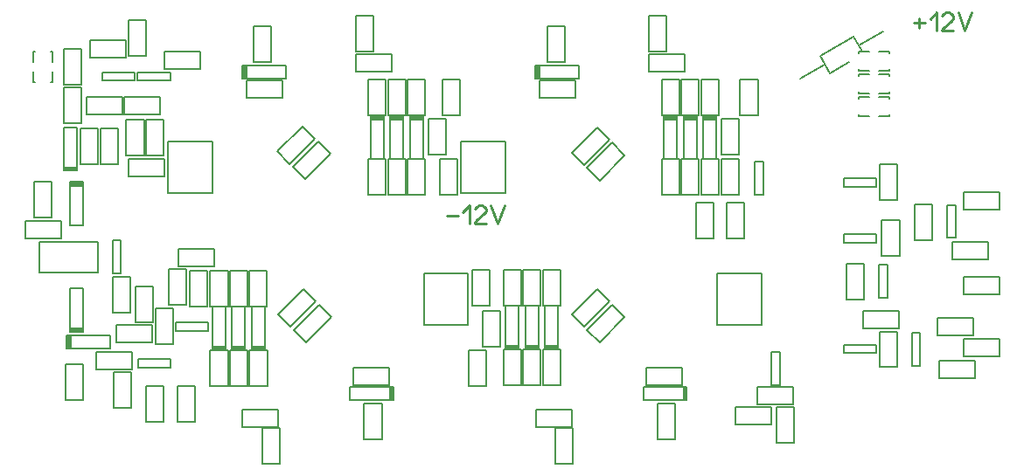
<source format=gbr>
%FSLAX34Y34*%
%MOMM*%
%LNSILK_TOP*%
G71*
G01*
%ADD10C,0.150*%
%ADD11C,0.100*%
%ADD12C,0.222*%
%LPD*%
G54D10*
X414025Y-168625D02*
X431087Y-168625D01*
G54D10*
X414025Y-133944D02*
X431088Y-133944D01*
G54D10*
X414025Y-168625D02*
X414025Y-133944D01*
G54D10*
X431087Y-168625D02*
X431088Y-133944D01*
G54D10*
X428025Y-130625D02*
X445087Y-130625D01*
G54D10*
X428025Y-95944D02*
X445087Y-95944D01*
G54D10*
X428025Y-130625D02*
X428025Y-95944D01*
G54D10*
X445087Y-130625D02*
X445087Y-95944D01*
G54D10*
X425124Y-207503D02*
X442187Y-207503D01*
G54D10*
X425124Y-172822D02*
X442187Y-172822D01*
G54D10*
X425124Y-207503D02*
X425124Y-172822D01*
G54D10*
X442187Y-207503D02*
X442187Y-172822D01*
G54D10*
X130027Y-97296D02*
X130027Y-89358D01*
X98227Y-89358D01*
X98227Y-97296D01*
X130027Y-97296D01*
G54D10*
X117962Y-129775D02*
X117962Y-112713D01*
G54D10*
X83281Y-129775D02*
X83281Y-112713D01*
G54D10*
X117962Y-129775D02*
X83281Y-129775D01*
G54D10*
X117962Y-112713D02*
X83281Y-112713D01*
G54D10*
X78386Y-103903D02*
X61324Y-103903D01*
G54D10*
X78386Y-138585D02*
X61324Y-138585D01*
G54D10*
X78386Y-103903D02*
X78386Y-138585D01*
G54D10*
X61324Y-103903D02*
X61324Y-138585D01*
G54D10*
X164427Y-97296D02*
X164427Y-89359D01*
X132627Y-89359D01*
X132627Y-97296D01*
X164427Y-97296D01*
G54D10*
X154562Y-129776D02*
X154562Y-112713D01*
G54D10*
X119881Y-129776D02*
X119881Y-112713D01*
G54D10*
X154562Y-129776D02*
X119881Y-129776D01*
G54D10*
X154562Y-112713D02*
X119881Y-112713D01*
G54D10*
X121264Y-74758D02*
X121264Y-57696D01*
G54D10*
X86583Y-74758D02*
X86583Y-57696D01*
G54D10*
X121264Y-74758D02*
X86583Y-74758D01*
G54D10*
X121264Y-57696D02*
X86583Y-57696D01*
G54D10*
X123990Y-73385D02*
X141053Y-73385D01*
G54D10*
X123990Y-38704D02*
X141053Y-38704D01*
G54D10*
X123990Y-73385D02*
X123990Y-38704D01*
G54D10*
X141053Y-73385D02*
X141053Y-38704D01*
G54D10*
X121690Y-169585D02*
X138753Y-169585D01*
G54D10*
X121690Y-134904D02*
X138753Y-134904D01*
G54D10*
X121690Y-169585D02*
X121690Y-134904D01*
G54D10*
X138753Y-169585D02*
X138753Y-134904D01*
G54D10*
X140690Y-169585D02*
X157753Y-169585D01*
G54D10*
X140690Y-134904D02*
X157753Y-134904D01*
G54D10*
X140690Y-169585D02*
X140690Y-134904D01*
G54D10*
X157753Y-169585D02*
X157753Y-134904D01*
G54D10*
X158118Y-190385D02*
X158118Y-173322D01*
G54D10*
X123436Y-190385D02*
X123436Y-173322D01*
G54D10*
X158118Y-190385D02*
X123436Y-190385D01*
G54D10*
X158118Y-173322D02*
X123436Y-173322D01*
G54D10*
X193196Y-85775D02*
X193196Y-68713D01*
G54D10*
X158515Y-85775D02*
X158515Y-68713D01*
G54D10*
X193196Y-85775D02*
X158515Y-85775D01*
G54D10*
X193196Y-68713D02*
X158515Y-68713D01*
G54D10*
X445700Y-155900D02*
X488700Y-155900D01*
X488700Y-205900D01*
X445700Y-205900D01*
X445700Y-155900D01*
G54D10*
X522162Y-96819D02*
X522162Y-113881D01*
G54D10*
X556844Y-96819D02*
X556844Y-113881D01*
G54D10*
X522162Y-96819D02*
X556844Y-96819D01*
G54D10*
X522162Y-113881D02*
X556844Y-113881D01*
G36*
X517724Y-82133D02*
X517725Y-94833D01*
X521737Y-94833D01*
X521737Y-82133D01*
X517724Y-82133D01*
G37*
G54D11*
X517724Y-82133D02*
X517725Y-94833D01*
X521737Y-94833D01*
X521737Y-82133D01*
X517724Y-82133D01*
G54D10*
X517724Y-82133D02*
X517725Y-94833D01*
X559825Y-94833D01*
X559825Y-82133D01*
X517724Y-82133D01*
G54D10*
X528971Y-78891D02*
X546034Y-78891D01*
G54D10*
X528971Y-44209D02*
X546034Y-44209D01*
G54D10*
X528971Y-78891D02*
X528971Y-44209D01*
G54D10*
X546034Y-78891D02*
X546034Y-44209D01*
G54D10*
X161700Y-155900D02*
X204700Y-155900D01*
X204700Y-205900D01*
X161700Y-205900D01*
X161700Y-155900D01*
G54D10*
X238162Y-96819D02*
X238162Y-113881D01*
G54D10*
X272844Y-96819D02*
X272844Y-113881D01*
G54D10*
X238162Y-96819D02*
X272844Y-96819D01*
G54D10*
X238162Y-113881D02*
X272844Y-113881D01*
G36*
X233724Y-82133D02*
X233725Y-94833D01*
X237737Y-94833D01*
X237737Y-82133D01*
X233724Y-82133D01*
G37*
G54D11*
X233724Y-82133D02*
X233725Y-94833D01*
X237737Y-94833D01*
X237737Y-82133D01*
X233724Y-82133D01*
G54D10*
X233724Y-82133D02*
X233725Y-94833D01*
X275825Y-94833D01*
X275825Y-82133D01*
X233724Y-82133D01*
G54D10*
X244971Y-78891D02*
X262034Y-78891D01*
G54D10*
X244971Y-44209D02*
X262034Y-44209D01*
G54D10*
X244971Y-78891D02*
X244971Y-44209D01*
G54D10*
X262034Y-78891D02*
X262034Y-44209D01*
G54D10*
X344122Y-71763D02*
X344122Y-88825D01*
G54D10*
X378803Y-71763D02*
X378803Y-88825D01*
G54D10*
X344122Y-71763D02*
X378803Y-71763D01*
G54D10*
X344122Y-88825D02*
X378803Y-88825D01*
G54D10*
X343819Y-68838D02*
X360881Y-68838D01*
G54D10*
X343819Y-34156D02*
X360881Y-34156D01*
G54D10*
X343819Y-68838D02*
X343819Y-34156D01*
G54D10*
X360881Y-68838D02*
X360881Y-34156D01*
G54D10*
X355972Y-130691D02*
X373034Y-130691D01*
G54D10*
X355972Y-96009D02*
X373034Y-96009D01*
G54D10*
X355972Y-130691D02*
X355972Y-96009D01*
G54D10*
X373034Y-130691D02*
X373034Y-96009D01*
G36*
X371047Y-130746D02*
X358347Y-130746D01*
X358347Y-134759D01*
X371047Y-134759D01*
X371047Y-130746D01*
G37*
G54D11*
X371047Y-130746D02*
X358347Y-130746D01*
X358347Y-134759D01*
X371047Y-134759D01*
X371047Y-130746D01*
G54D10*
X371047Y-130746D02*
X358347Y-130746D01*
X358347Y-172846D01*
X371047Y-172846D01*
X371047Y-130746D01*
G54D10*
X356074Y-207535D02*
X373136Y-207535D01*
G54D10*
X356074Y-172854D02*
X373136Y-172854D01*
G54D10*
X356074Y-207535D02*
X356074Y-172854D01*
G54D10*
X373136Y-207535D02*
X373136Y-172854D01*
G54D10*
X374972Y-130691D02*
X392034Y-130691D01*
G54D10*
X374972Y-96009D02*
X392034Y-96009D01*
G54D10*
X374972Y-130691D02*
X374972Y-96009D01*
G54D10*
X392034Y-130691D02*
X392034Y-96009D01*
G36*
X390047Y-130746D02*
X377347Y-130746D01*
X377347Y-134759D01*
X390047Y-134759D01*
X390047Y-130746D01*
G37*
G54D11*
X390047Y-130746D02*
X377347Y-130746D01*
X377347Y-134759D01*
X390047Y-134759D01*
X390047Y-130746D01*
G54D10*
X390047Y-130746D02*
X377347Y-130746D01*
X377347Y-172846D01*
X390047Y-172846D01*
X390047Y-130746D01*
G54D10*
X375074Y-207535D02*
X392136Y-207535D01*
G54D10*
X375074Y-172854D02*
X392136Y-172854D01*
G54D10*
X375074Y-207535D02*
X375074Y-172854D01*
G54D10*
X392136Y-207535D02*
X392136Y-172854D01*
G54D10*
X393972Y-130691D02*
X411034Y-130691D01*
G54D10*
X393972Y-96009D02*
X411034Y-96009D01*
G54D10*
X393972Y-130691D02*
X393972Y-96009D01*
G54D10*
X411034Y-130691D02*
X411034Y-96009D01*
G36*
X409047Y-130746D02*
X396347Y-130746D01*
X396347Y-134759D01*
X409047Y-134759D01*
X409047Y-130746D01*
G37*
G54D11*
X409047Y-130746D02*
X396347Y-130746D01*
X396347Y-134759D01*
X409047Y-134759D01*
X409047Y-130746D01*
G54D10*
X409047Y-130746D02*
X396347Y-130746D01*
X396347Y-172846D01*
X409047Y-172846D01*
X409047Y-130746D01*
G54D10*
X394074Y-207535D02*
X411136Y-207535D01*
G54D10*
X394074Y-172854D02*
X411136Y-172854D01*
G54D10*
X394074Y-207535D02*
X394074Y-172854D01*
G54D10*
X411136Y-207535D02*
X411136Y-172854D01*
G54D10*
X267691Y-165923D02*
X279756Y-177988D01*
G54D10*
X292214Y-141400D02*
X304279Y-153465D01*
G54D10*
X267691Y-165923D02*
X292214Y-141400D01*
G54D10*
X279756Y-177988D02*
X304279Y-153465D01*
G54D10*
X282691Y-180923D02*
X294756Y-192988D01*
G54D10*
X307214Y-156400D02*
X319279Y-168465D01*
G54D10*
X282691Y-180923D02*
X307214Y-156400D01*
G54D10*
X294756Y-192988D02*
X319279Y-168465D01*
G54D10*
X552691Y-166923D02*
X564756Y-178988D01*
G54D10*
X577214Y-142400D02*
X589279Y-154465D01*
G54D10*
X552691Y-166923D02*
X577214Y-142400D01*
G54D10*
X564756Y-178988D02*
X589279Y-154465D01*
G54D10*
X567691Y-181923D02*
X579756Y-193988D01*
G54D10*
X592214Y-157400D02*
X604279Y-169465D01*
G54D10*
X567691Y-181923D02*
X592214Y-157400D01*
G54D10*
X579756Y-193988D02*
X604279Y-169465D01*
G36*
X61212Y-184501D02*
X73912Y-184501D01*
X73912Y-180489D01*
X61212Y-180489D01*
X61212Y-184501D01*
G37*
G54D11*
X61212Y-184501D02*
X73912Y-184501D01*
X73912Y-180489D01*
X61212Y-180489D01*
X61212Y-184501D01*
G54D10*
X61212Y-184501D02*
X73912Y-184501D01*
X73912Y-142401D01*
X61212Y-142401D01*
X61212Y-184501D01*
G36*
X79912Y-195501D02*
X67212Y-195501D01*
X67212Y-199513D01*
X79912Y-199513D01*
X79912Y-195501D01*
G37*
G54D11*
X79912Y-195501D02*
X67212Y-195501D01*
X67212Y-199513D01*
X79912Y-199513D01*
X79912Y-195501D01*
G54D10*
X79912Y-195501D02*
X67212Y-195501D01*
X67212Y-237601D01*
X79912Y-237601D01*
X79912Y-195501D01*
G54D10*
X76924Y-178585D02*
X93987Y-178585D01*
G54D10*
X76924Y-143904D02*
X93987Y-143904D01*
G54D10*
X76924Y-178585D02*
X76924Y-143904D01*
G54D10*
X93987Y-178585D02*
X93987Y-143904D01*
G54D10*
X113987Y-143903D02*
X96924Y-143903D01*
G54D10*
X113987Y-178585D02*
X96924Y-178585D01*
G54D10*
X113987Y-143903D02*
X113987Y-178585D01*
G54D10*
X96924Y-143903D02*
X96924Y-178585D01*
G54D10*
X116438Y-252200D02*
X108500Y-252200D01*
X108500Y-284000D01*
X116438Y-284000D01*
X116438Y-252200D01*
G54D10*
X94500Y-283200D02*
X37500Y-283200D01*
X37500Y-253200D01*
X94500Y-253200D01*
X94500Y-283200D01*
G54D10*
X23731Y-233401D02*
X23731Y-250463D01*
G54D10*
X58412Y-233401D02*
X58413Y-250463D01*
G54D10*
X23731Y-233401D02*
X58412Y-233401D01*
G54D10*
X23731Y-250463D02*
X58413Y-250463D01*
G54D10*
X49581Y-194862D02*
X32519Y-194862D01*
G54D10*
X49581Y-229544D02*
X32519Y-229544D01*
G54D10*
X49581Y-194862D02*
X49581Y-229544D01*
G54D10*
X32519Y-194862D02*
X32519Y-229544D01*
G54D10*
X31646Y-88657D02*
X31646Y-98657D01*
X33396Y-98657D01*
G54D10*
X50046Y-88657D02*
X50046Y-98657D01*
X48296Y-98657D01*
G54D10*
X50046Y-79157D02*
X50046Y-69157D01*
X48296Y-69157D01*
G54D10*
X31646Y-79157D02*
X31646Y-69157D01*
X33396Y-69157D01*
G54D10*
X698025Y-168625D02*
X715087Y-168625D01*
G54D10*
X698025Y-133944D02*
X715088Y-133944D01*
G54D10*
X698025Y-168625D02*
X698025Y-133944D01*
G54D10*
X715087Y-168625D02*
X715088Y-133944D01*
G54D10*
X716025Y-130625D02*
X733087Y-130625D01*
G54D10*
X716025Y-95944D02*
X733087Y-95944D01*
G54D10*
X716025Y-130625D02*
X716025Y-95944D01*
G54D10*
X733087Y-130625D02*
X733087Y-95944D01*
G54D10*
X627922Y-71763D02*
X627922Y-88825D01*
G54D10*
X662603Y-71763D02*
X662603Y-88825D01*
G54D10*
X627922Y-71763D02*
X662603Y-71763D01*
G54D10*
X627922Y-88825D02*
X662603Y-88825D01*
G54D10*
X627819Y-68838D02*
X644881Y-68838D01*
G54D10*
X627819Y-34156D02*
X644881Y-34156D01*
G54D10*
X627819Y-68838D02*
X627819Y-34156D01*
G54D10*
X644881Y-68838D02*
X644881Y-34156D01*
G54D10*
X639972Y-130691D02*
X657034Y-130691D01*
G54D10*
X639972Y-96009D02*
X657034Y-96009D01*
G54D10*
X639972Y-130691D02*
X639972Y-96009D01*
G54D10*
X657034Y-130691D02*
X657034Y-96009D01*
G36*
X655047Y-130747D02*
X642347Y-130747D01*
X642347Y-134759D01*
X655047Y-134759D01*
X655047Y-130747D01*
G37*
G54D11*
X655047Y-130747D02*
X642347Y-130747D01*
X642347Y-134759D01*
X655047Y-134759D01*
X655047Y-130747D01*
G54D10*
X655047Y-130747D02*
X642347Y-130747D01*
X642347Y-172846D01*
X655047Y-172846D01*
X655047Y-130747D01*
G54D10*
X640074Y-207535D02*
X657136Y-207535D01*
G54D10*
X640074Y-172854D02*
X657136Y-172854D01*
G54D10*
X640074Y-207535D02*
X640074Y-172854D01*
G54D10*
X657136Y-207535D02*
X657136Y-172854D01*
G54D10*
X658972Y-130691D02*
X676034Y-130691D01*
G54D10*
X658972Y-96009D02*
X676034Y-96009D01*
G54D10*
X658972Y-130691D02*
X658972Y-96009D01*
G54D10*
X676034Y-130691D02*
X676034Y-96009D01*
G36*
X674047Y-130747D02*
X661347Y-130747D01*
X661347Y-134759D01*
X674047Y-134759D01*
X674047Y-130747D01*
G37*
G54D11*
X674047Y-130747D02*
X661347Y-130747D01*
X661347Y-134759D01*
X674047Y-134759D01*
X674047Y-130747D01*
G54D10*
X674047Y-130747D02*
X661347Y-130747D01*
X661347Y-172846D01*
X674047Y-172846D01*
X674047Y-130747D01*
G54D10*
X659074Y-207535D02*
X676136Y-207535D01*
G54D10*
X659074Y-172854D02*
X676136Y-172854D01*
G54D10*
X659074Y-207535D02*
X659074Y-172854D01*
G54D10*
X676136Y-207535D02*
X676136Y-172854D01*
G54D10*
X677972Y-130691D02*
X695034Y-130691D01*
G54D10*
X677972Y-96009D02*
X695034Y-96009D01*
G54D10*
X677972Y-130691D02*
X677972Y-96009D01*
G54D10*
X695034Y-130691D02*
X695034Y-96009D01*
G36*
X693047Y-130747D02*
X680347Y-130747D01*
X680347Y-134759D01*
X693047Y-134759D01*
X693047Y-130747D01*
G37*
G54D11*
X693047Y-130747D02*
X680347Y-130747D01*
X680347Y-134759D01*
X693047Y-134759D01*
X693047Y-130747D01*
G54D10*
X693047Y-130747D02*
X680347Y-130747D01*
X680347Y-172846D01*
X693047Y-172846D01*
X693047Y-130747D01*
G54D10*
X678074Y-207535D02*
X695136Y-207535D01*
G54D10*
X678074Y-172854D02*
X695136Y-172854D01*
G54D10*
X678074Y-207535D02*
X678074Y-172854D01*
G54D10*
X695136Y-207535D02*
X695136Y-172854D01*
G54D10*
X375838Y-392181D02*
X375838Y-375119D01*
G54D10*
X341157Y-392181D02*
X341157Y-375119D01*
G54D10*
X375838Y-392181D02*
X341157Y-392181D01*
G54D10*
X375838Y-375119D02*
X341157Y-375119D01*
G36*
X380276Y-406867D02*
X380276Y-394167D01*
X376263Y-394167D01*
X376263Y-406867D01*
X380276Y-406867D01*
G37*
G54D11*
X380276Y-406867D02*
X380276Y-394167D01*
X376263Y-394167D01*
X376263Y-406867D01*
X380276Y-406867D01*
G54D10*
X380276Y-406867D02*
X380276Y-394167D01*
X338176Y-394167D01*
X338176Y-406867D01*
X380276Y-406867D01*
G54D10*
X369029Y-410109D02*
X351967Y-410109D01*
G54D10*
X369029Y-444791D02*
X351967Y-444791D01*
G54D10*
X369029Y-410109D02*
X369029Y-444791D01*
G54D10*
X351967Y-410109D02*
X351967Y-444791D01*
G54D10*
X816036Y-353099D02*
X816037Y-361036D01*
X847836Y-361036D01*
X847837Y-353099D01*
X816036Y-353099D01*
G54D10*
X199905Y-281412D02*
X182842Y-281412D01*
G54D10*
X199905Y-316094D02*
X182842Y-316094D01*
G54D10*
X199905Y-281412D02*
X199905Y-316094D01*
G54D10*
X182842Y-281412D02*
X182842Y-316094D01*
G54D10*
X169474Y-331604D02*
X169474Y-339542D01*
X201274Y-339542D01*
X201274Y-331604D01*
X169474Y-331604D01*
G54D10*
X133016Y-367351D02*
X133016Y-375289D01*
X164816Y-375289D01*
X164816Y-367351D01*
X133016Y-367351D01*
G54D10*
X149920Y-352302D02*
X166982Y-352302D01*
G54D10*
X149920Y-317620D02*
X166982Y-317620D01*
G54D10*
X149920Y-352302D02*
X149920Y-317620D01*
G54D10*
X166982Y-352302D02*
X166982Y-317620D01*
G54D10*
X157390Y-392973D02*
X140328Y-392973D01*
G54D10*
X157390Y-427655D02*
X140328Y-427655D01*
G54D10*
X157390Y-392973D02*
X157390Y-427655D01*
G54D10*
X140328Y-392973D02*
X140328Y-427655D01*
G54D10*
X187975Y-392975D02*
X170913Y-392975D01*
G54D10*
X187975Y-427656D02*
X170913Y-427656D01*
G54D10*
X187975Y-392975D02*
X187975Y-427656D01*
G54D10*
X170913Y-392975D02*
X170913Y-427656D01*
G54D10*
X179810Y-279565D02*
X162748Y-279565D01*
G54D10*
X179810Y-314246D02*
X162748Y-314246D01*
G54D10*
X179810Y-279565D02*
X179810Y-314246D01*
G54D10*
X162748Y-279565D02*
X162748Y-314246D01*
G54D10*
X147710Y-296865D02*
X130647Y-296865D01*
G54D10*
X147710Y-331546D02*
X130648Y-331546D01*
G54D10*
X147710Y-296865D02*
X147710Y-331546D01*
G54D10*
X130647Y-296865D02*
X130648Y-331546D01*
G54D10*
X171904Y-260006D02*
X171904Y-277068D01*
G54D10*
X206586Y-260006D02*
X206586Y-277068D01*
G54D10*
X171904Y-260006D02*
X206586Y-260006D01*
G54D10*
X171904Y-277068D02*
X206586Y-277068D01*
G54D10*
X111759Y-334010D02*
X111759Y-351073D01*
G54D10*
X146441Y-334010D02*
X146441Y-351073D01*
G54D10*
X111759Y-334010D02*
X146441Y-334010D01*
G54D10*
X111759Y-351073D02*
X146441Y-351073D01*
G54D10*
X268879Y-433137D02*
X268879Y-416075D01*
G54D10*
X234197Y-433137D02*
X234198Y-416075D01*
G54D10*
X268879Y-433137D02*
X234197Y-433137D01*
G54D10*
X268879Y-416075D02*
X234198Y-416075D01*
G54D10*
X270182Y-434062D02*
X253119Y-434062D01*
G54D10*
X270182Y-468744D02*
X253119Y-468744D01*
G54D10*
X270182Y-434062D02*
X270182Y-468744D01*
G54D10*
X253119Y-434062D02*
X253119Y-468744D01*
G54D10*
X258029Y-358209D02*
X240966Y-358209D01*
G54D10*
X258029Y-392891D02*
X240966Y-392891D01*
G54D10*
X258029Y-358209D02*
X258029Y-392891D01*
G54D10*
X240966Y-358209D02*
X240966Y-392891D01*
G36*
X242953Y-358154D02*
X255653Y-358154D01*
X255653Y-354141D01*
X242953Y-354141D01*
X242953Y-358154D01*
G37*
G54D11*
X242953Y-358154D02*
X255653Y-358154D01*
X255653Y-354141D01*
X242953Y-354141D01*
X242953Y-358154D01*
G54D10*
X242953Y-358154D02*
X255653Y-358154D01*
X255653Y-316054D01*
X242953Y-316054D01*
X242953Y-358154D01*
G54D10*
X257926Y-281365D02*
X240864Y-281365D01*
G54D10*
X257926Y-316046D02*
X240864Y-316046D01*
G54D10*
X257926Y-281365D02*
X257926Y-316046D01*
G54D10*
X240864Y-281365D02*
X240864Y-316046D01*
G54D10*
X239029Y-358209D02*
X221966Y-358209D01*
G54D10*
X239029Y-392891D02*
X221966Y-392891D01*
G54D10*
X239029Y-358209D02*
X239029Y-392891D01*
G54D10*
X221966Y-358209D02*
X221966Y-392891D01*
G36*
X223953Y-358154D02*
X236653Y-358154D01*
X236653Y-354141D01*
X223953Y-354141D01*
X223953Y-358154D01*
G37*
G54D11*
X223953Y-358154D02*
X236653Y-358154D01*
X236653Y-354141D01*
X223953Y-354141D01*
X223953Y-358154D01*
G54D10*
X223953Y-358154D02*
X236653Y-358154D01*
X236653Y-316054D01*
X223953Y-316054D01*
X223953Y-358154D01*
G54D10*
X238926Y-281365D02*
X221864Y-281365D01*
G54D10*
X238926Y-316046D02*
X221864Y-316046D01*
G54D10*
X238926Y-281365D02*
X238926Y-316046D01*
G54D10*
X221864Y-281365D02*
X221864Y-316046D01*
G54D10*
X220029Y-358209D02*
X202966Y-358209D01*
G54D10*
X220029Y-392891D02*
X202966Y-392891D01*
G54D10*
X220029Y-358209D02*
X220029Y-392891D01*
G54D10*
X202966Y-358209D02*
X202966Y-392891D01*
G36*
X204953Y-358154D02*
X217654Y-358154D01*
X217654Y-354141D01*
X204953Y-354141D01*
X204953Y-358154D01*
G37*
G54D11*
X204953Y-358154D02*
X217654Y-358154D01*
X217654Y-354141D01*
X204953Y-354141D01*
X204953Y-358154D01*
G54D10*
X204953Y-358154D02*
X217654Y-358154D01*
X217654Y-316054D01*
X204953Y-316054D01*
X204953Y-358154D01*
G54D10*
X219926Y-281365D02*
X202864Y-281365D01*
G54D10*
X219926Y-316046D02*
X202864Y-316046D01*
G54D10*
X219926Y-281365D02*
X219926Y-316046D01*
G54D10*
X202864Y-281365D02*
X202864Y-316046D01*
G36*
X63553Y-344164D02*
X63553Y-356863D01*
X67565Y-356864D01*
X67565Y-344163D01*
X63553Y-344164D01*
G37*
G54D11*
X63553Y-344164D02*
X63553Y-356863D01*
X67565Y-356864D01*
X67565Y-344163D01*
X63553Y-344164D01*
G54D10*
X63553Y-344164D02*
X63553Y-356863D01*
X105653Y-356863D01*
X105653Y-344163D01*
X63553Y-344164D01*
G36*
X67312Y-340601D02*
X80012Y-340601D01*
X80012Y-336589D01*
X67312Y-336589D01*
X67312Y-340601D01*
G37*
G54D11*
X67312Y-340601D02*
X80012Y-340601D01*
X80012Y-336589D01*
X67312Y-336589D01*
X67312Y-340601D01*
G54D10*
X67312Y-340601D02*
X80012Y-340601D01*
X80012Y-298501D01*
X67312Y-298501D01*
X67312Y-340601D01*
G54D10*
X79587Y-371903D02*
X62524Y-371903D01*
G54D10*
X79587Y-406585D02*
X62524Y-406584D01*
G54D10*
X79587Y-371903D02*
X79587Y-406585D01*
G54D10*
X62524Y-371903D02*
X62524Y-406584D01*
G54D10*
X92309Y-360266D02*
X92309Y-377328D01*
G54D10*
X126991Y-360266D02*
X126991Y-377328D01*
G54D10*
X92309Y-360266D02*
X126991Y-360266D01*
G54D10*
X92309Y-377328D02*
X126991Y-377328D01*
G54D10*
X126675Y-379820D02*
X109612Y-379820D01*
G54D10*
X126675Y-414501D02*
X109612Y-414501D01*
G54D10*
X126675Y-379820D02*
X126675Y-414501D01*
G54D10*
X109612Y-379820D02*
X109612Y-414501D01*
G54D10*
X125581Y-287862D02*
X108519Y-287862D01*
G54D10*
X125581Y-322544D02*
X108519Y-322544D01*
G54D10*
X125581Y-287862D02*
X125581Y-322544D01*
G54D10*
X108519Y-287862D02*
X108519Y-322544D01*
G54D10*
X850161Y-131535D02*
X860161Y-131535D01*
X860161Y-129785D01*
G54D10*
X850161Y-113135D02*
X860162Y-113135D01*
X860161Y-114885D01*
G54D10*
X840661Y-113135D02*
X830661Y-113135D01*
X830661Y-114885D01*
G54D10*
X840661Y-131535D02*
X830662Y-131535D01*
X830661Y-129785D01*
G54D10*
X840662Y-69035D02*
X830661Y-69035D01*
X830662Y-70785D01*
G54D10*
X840661Y-87435D02*
X830661Y-87435D01*
X830662Y-85685D01*
G54D10*
X850162Y-87435D02*
X860162Y-87435D01*
X860162Y-85685D01*
G54D10*
X850161Y-69035D02*
X860161Y-69035D01*
X860161Y-70785D01*
G54D10*
X840662Y-91035D02*
X830661Y-91035D01*
X830662Y-92785D01*
G54D10*
X840661Y-109435D02*
X830661Y-109435D01*
X830662Y-107685D01*
G54D10*
X850162Y-109435D02*
X860162Y-109435D01*
X860162Y-107685D01*
G54D10*
X850161Y-91035D02*
X860161Y-91035D01*
X860161Y-92785D01*
G54D10*
X833623Y-67046D02*
X826123Y-54592D01*
X793214Y-73592D01*
X802714Y-90046D01*
X821623Y-79046D01*
G54D10*
X830960Y-62769D02*
X854602Y-49119D01*
G54D10*
X774235Y-95519D02*
X797878Y-81869D01*
G54D12*
X884235Y-41276D02*
X894901Y-41276D01*
G54D12*
X889568Y-36832D02*
X889568Y-45721D01*
G54D12*
X899791Y-37943D02*
X906457Y-31276D01*
X906457Y-49054D01*
G54D12*
X922013Y-49054D02*
X911347Y-49054D01*
X911347Y-47943D01*
X912680Y-45721D01*
X920680Y-39054D01*
X922013Y-36832D01*
X922013Y-34609D01*
X920680Y-32387D01*
X918013Y-31276D01*
X915347Y-31276D01*
X912680Y-32387D01*
X911347Y-34609D01*
G54D12*
X926903Y-31276D02*
X933569Y-49054D01*
X940236Y-31276D01*
G54D12*
X432000Y-228222D02*
X442667Y-228222D01*
G54D12*
X447556Y-224889D02*
X454223Y-218222D01*
X454223Y-236000D01*
G54D12*
X469779Y-236000D02*
X459112Y-236000D01*
X459112Y-234889D01*
X460445Y-232667D01*
X468445Y-226000D01*
X469779Y-223778D01*
X469779Y-221556D01*
X468445Y-219333D01*
X465779Y-218222D01*
X463112Y-218222D01*
X460445Y-219333D01*
X459112Y-221556D01*
G54D12*
X474668Y-218222D02*
X481335Y-236000D01*
X488001Y-218222D01*
G54D10*
X61392Y-101568D02*
X78455Y-101568D01*
G54D10*
X61392Y-66886D02*
X78455Y-66886D01*
G54D10*
X61392Y-101568D02*
X61392Y-66886D01*
G54D10*
X78455Y-101568D02*
X78455Y-66886D01*
G54D10*
X409700Y-283900D02*
X452700Y-283900D01*
X452700Y-333900D01*
X409700Y-333900D01*
X409700Y-283900D01*
G54D10*
X456324Y-315503D02*
X473387Y-315503D01*
G54D10*
X456324Y-280822D02*
X473387Y-280822D01*
G54D10*
X456324Y-315503D02*
X456324Y-280822D01*
G54D10*
X473387Y-315503D02*
X473387Y-280822D01*
G54D10*
X483976Y-320375D02*
X466913Y-320375D01*
G54D10*
X483976Y-355056D02*
X466913Y-355056D01*
G54D10*
X483976Y-320375D02*
X483976Y-355056D01*
G54D10*
X466913Y-320375D02*
X466913Y-355056D01*
G54D10*
X469976Y-358375D02*
X452913Y-358375D01*
G54D10*
X469976Y-393056D02*
X452913Y-393056D01*
G54D10*
X469976Y-358375D02*
X469976Y-393056D01*
G54D10*
X452913Y-358375D02*
X452913Y-393056D01*
G54D10*
X541990Y-357472D02*
X524927Y-357472D01*
G54D10*
X541990Y-392154D02*
X524927Y-392154D01*
G54D10*
X541990Y-357472D02*
X541990Y-392154D01*
G54D10*
X524927Y-357472D02*
X524927Y-392154D01*
G36*
X526914Y-357417D02*
X539614Y-357417D01*
X539614Y-353404D01*
X526914Y-353404D01*
X526914Y-357417D01*
G37*
G54D11*
X526914Y-357417D02*
X539614Y-357417D01*
X539614Y-353404D01*
X526914Y-353404D01*
X526914Y-357417D01*
G54D10*
X526914Y-357417D02*
X539614Y-357417D01*
X539614Y-315317D01*
X526914Y-315317D01*
X526914Y-357417D01*
G54D10*
X541887Y-280628D02*
X524824Y-280628D01*
G54D10*
X541887Y-315310D02*
X524824Y-315310D01*
G54D10*
X541887Y-280628D02*
X541887Y-315310D01*
G54D10*
X524824Y-280628D02*
X524824Y-315310D01*
G54D10*
X522990Y-357472D02*
X505927Y-357472D01*
G54D10*
X522990Y-392154D02*
X505927Y-392154D01*
G54D10*
X522990Y-357472D02*
X522990Y-392154D01*
G54D10*
X505927Y-357472D02*
X505927Y-392154D01*
G36*
X507914Y-357417D02*
X520614Y-357417D01*
X520614Y-353404D01*
X507914Y-353404D01*
X507914Y-357417D01*
G37*
G54D11*
X507914Y-357417D02*
X520614Y-357417D01*
X520614Y-353404D01*
X507914Y-353404D01*
X507914Y-357417D01*
G54D10*
X507914Y-357417D02*
X520614Y-357417D01*
X520614Y-315317D01*
X507914Y-315317D01*
X507914Y-357417D01*
G54D10*
X522887Y-280628D02*
X505825Y-280628D01*
G54D10*
X522887Y-315310D02*
X505824Y-315310D01*
G54D10*
X522887Y-280628D02*
X522887Y-315310D01*
G54D10*
X505825Y-280628D02*
X505824Y-315310D01*
G54D10*
X503990Y-357472D02*
X486927Y-357472D01*
G54D10*
X503990Y-392154D02*
X486927Y-392154D01*
G54D10*
X503990Y-357472D02*
X503990Y-392154D01*
G54D10*
X486927Y-357472D02*
X486927Y-392154D01*
G36*
X488914Y-357417D02*
X501614Y-357417D01*
X501614Y-353404D01*
X488914Y-353404D01*
X488914Y-357417D01*
G37*
G54D11*
X488914Y-357417D02*
X501614Y-357417D01*
X501614Y-353404D01*
X488914Y-353404D01*
X488914Y-357417D01*
G54D10*
X488914Y-357417D02*
X501614Y-357417D01*
X501614Y-315317D01*
X488914Y-315317D01*
X488914Y-357417D01*
G54D10*
X503887Y-280628D02*
X486824Y-280628D01*
G54D10*
X503887Y-315310D02*
X486825Y-315310D01*
G54D10*
X503887Y-280628D02*
X503887Y-315310D01*
G54D10*
X486824Y-280628D02*
X486825Y-315310D01*
G54D10*
X552692Y-324015D02*
X564757Y-336080D01*
G54D10*
X577215Y-299492D02*
X589280Y-311557D01*
G54D10*
X552692Y-324015D02*
X577215Y-299492D01*
G54D10*
X564757Y-336080D02*
X589280Y-311557D01*
G54D10*
X567692Y-339015D02*
X579757Y-351080D01*
G54D10*
X592215Y-314492D02*
X604280Y-326557D01*
G54D10*
X567692Y-339015D02*
X592215Y-314492D01*
G54D10*
X579757Y-351080D02*
X604280Y-326557D01*
G54D10*
X659838Y-392181D02*
X659838Y-375119D01*
G54D10*
X625157Y-392181D02*
X625157Y-375119D01*
G54D10*
X659838Y-392181D02*
X625157Y-392181D01*
G54D10*
X659838Y-375119D02*
X625157Y-375119D01*
G36*
X664276Y-406867D02*
X664276Y-394167D01*
X660263Y-394167D01*
X660263Y-406867D01*
X664276Y-406867D01*
G37*
G54D11*
X664276Y-406867D02*
X664276Y-394167D01*
X660263Y-394167D01*
X660263Y-406867D01*
X664276Y-406867D01*
G54D10*
X664276Y-406867D02*
X664276Y-394167D01*
X622176Y-394167D01*
X622176Y-406867D01*
X664276Y-406867D01*
G54D10*
X653029Y-410109D02*
X635967Y-410109D01*
G54D10*
X653029Y-444791D02*
X635967Y-444791D01*
G54D10*
X653029Y-410109D02*
X653029Y-444791D01*
G54D10*
X635967Y-410109D02*
X635967Y-444791D01*
G54D10*
X552879Y-433137D02*
X552879Y-416075D01*
G54D10*
X518197Y-433137D02*
X518198Y-416075D01*
G54D10*
X552879Y-433137D02*
X518197Y-433137D01*
G54D10*
X552879Y-416075D02*
X518198Y-416075D01*
G54D10*
X554182Y-434062D02*
X537119Y-434062D01*
G54D10*
X554182Y-468744D02*
X537119Y-468744D01*
G54D10*
X554182Y-434062D02*
X554182Y-468744D01*
G54D10*
X537119Y-434062D02*
X537119Y-468744D01*
G54D10*
X693700Y-283900D02*
X736700Y-283900D01*
X736700Y-333900D01*
X693700Y-333900D01*
X693700Y-283900D01*
G54D10*
X816037Y-246299D02*
X816037Y-254236D01*
X847836Y-254236D01*
X847837Y-246299D01*
X816037Y-246299D01*
G54D10*
X816037Y-191899D02*
X816037Y-199836D01*
X847837Y-199836D01*
X847837Y-191899D01*
X816037Y-191899D01*
G54D10*
X869403Y-337275D02*
X869403Y-320213D01*
G54D10*
X834721Y-337275D02*
X834721Y-320213D01*
G54D10*
X869403Y-337275D02*
X834721Y-337275D01*
G54D10*
X869403Y-320213D02*
X834721Y-320213D01*
G54D10*
X853131Y-267485D02*
X870193Y-267485D01*
G54D10*
X853130Y-232804D02*
X870193Y-232803D01*
G54D10*
X853131Y-267485D02*
X853130Y-232804D01*
G54D10*
X870193Y-267485D02*
X870193Y-232803D01*
G54D10*
X851131Y-212883D02*
X868193Y-212883D01*
G54D10*
X851130Y-178202D02*
X868193Y-178202D01*
G54D10*
X851131Y-212883D02*
X851130Y-178202D01*
G54D10*
X868193Y-212883D02*
X868193Y-178202D01*
G54D10*
X882494Y-373737D02*
X890432Y-373737D01*
X890431Y-341938D01*
X882494Y-341937D01*
X882494Y-373737D01*
G54D10*
X932321Y-347212D02*
X932321Y-364274D01*
G54D10*
X967002Y-347212D02*
X967002Y-364274D01*
G54D10*
X932321Y-347212D02*
X967002Y-347212D01*
G54D10*
X932321Y-364274D02*
X967002Y-364274D01*
G54D10*
X868269Y-340372D02*
X851207Y-340372D01*
G54D10*
X868269Y-375053D02*
X851207Y-375053D01*
G54D10*
X868269Y-340372D02*
X868269Y-375053D01*
G54D10*
X851207Y-340372D02*
X851207Y-375053D01*
G54D10*
X943752Y-385772D02*
X943752Y-368709D01*
G54D10*
X909071Y-385772D02*
X909071Y-368709D01*
G54D10*
X943752Y-385772D02*
X909071Y-385772D01*
G54D10*
X943752Y-368709D02*
X909071Y-368709D01*
G54D10*
X850494Y-307737D02*
X858432Y-307737D01*
X858431Y-275938D01*
X850494Y-275937D01*
X850494Y-307737D01*
G54D10*
X836269Y-274372D02*
X819207Y-274372D01*
G54D10*
X836269Y-309053D02*
X819207Y-309053D01*
G54D10*
X836269Y-274372D02*
X836269Y-309053D01*
G54D10*
X819207Y-274372D02*
X819207Y-309053D01*
G54D10*
X916494Y-249737D02*
X924432Y-249737D01*
X924432Y-217938D01*
X916494Y-217937D01*
X916494Y-249737D01*
G54D10*
X902270Y-217172D02*
X885207Y-217172D01*
G54D10*
X902270Y-251853D02*
X885207Y-251853D01*
G54D10*
X902270Y-217172D02*
X902270Y-251853D01*
G54D10*
X885207Y-217172D02*
X885207Y-251853D01*
G54D10*
X932321Y-287212D02*
X932321Y-304274D01*
G54D10*
X967002Y-287212D02*
X967002Y-304274D01*
G54D10*
X932321Y-287212D02*
X967002Y-287212D01*
G54D10*
X932321Y-304274D02*
X967002Y-304274D01*
G54D10*
X932321Y-205212D02*
X932321Y-222274D01*
G54D10*
X967002Y-205212D02*
X967002Y-222274D01*
G54D10*
X932321Y-205212D02*
X967002Y-205212D01*
G54D10*
X932321Y-222274D02*
X967002Y-222274D01*
G54D10*
X907335Y-327238D02*
X907335Y-344300D01*
G54D10*
X942016Y-327238D02*
X942016Y-344300D01*
G54D10*
X907335Y-327238D02*
X942016Y-327238D01*
G54D10*
X907335Y-344300D02*
X942016Y-344300D01*
G54D10*
X921335Y-253238D02*
X921335Y-270300D01*
G54D10*
X956016Y-253238D02*
X956016Y-270300D01*
G54D10*
X921335Y-253238D02*
X956016Y-253238D01*
G54D10*
X921335Y-270300D02*
X956016Y-270300D01*
G54D10*
X690279Y-215210D02*
X673216Y-215210D01*
G54D10*
X690279Y-249892D02*
X673216Y-249892D01*
G54D10*
X690279Y-215210D02*
X690279Y-249892D01*
G54D10*
X673216Y-215210D02*
X673216Y-249892D01*
G54D10*
X730277Y-207826D02*
X738215Y-207826D01*
X738215Y-176026D01*
X730277Y-176026D01*
X730277Y-207826D01*
G54D10*
X715087Y-172944D02*
X698025Y-172944D01*
G54D10*
X715087Y-207625D02*
X698025Y-207625D01*
G54D10*
X715087Y-172944D02*
X715087Y-207625D01*
G54D10*
X698025Y-172944D02*
X698025Y-207625D01*
G54D10*
X719879Y-215210D02*
X702816Y-215210D01*
G54D10*
X719879Y-249892D02*
X702816Y-249892D01*
G54D10*
X719879Y-215210D02*
X719879Y-249892D01*
G54D10*
X702816Y-215210D02*
X702816Y-249892D01*
G54D10*
X711663Y-413819D02*
X711663Y-430881D01*
G54D10*
X746344Y-413819D02*
X746344Y-430881D01*
G54D10*
X711663Y-413819D02*
X746344Y-413819D01*
G54D10*
X711663Y-430881D02*
X746344Y-430881D01*
G54D10*
X746482Y-392200D02*
X754419Y-392200D01*
X754419Y-360400D01*
X746482Y-360400D01*
X746482Y-392200D01*
G54D10*
X767137Y-411381D02*
X767137Y-394319D01*
G54D10*
X732456Y-411381D02*
X732456Y-394319D01*
G54D10*
X767137Y-411381D02*
X732456Y-411381D01*
G54D10*
X767137Y-394319D02*
X732456Y-394319D01*
G54D10*
X751419Y-448538D02*
X768481Y-448538D01*
G54D10*
X751419Y-413856D02*
X768481Y-413856D01*
G54D10*
X751419Y-448538D02*
X751419Y-413856D01*
G54D10*
X768481Y-448538D02*
X768481Y-413856D01*
G54D10*
X268692Y-324015D02*
X280757Y-336080D01*
G54D10*
X293215Y-299492D02*
X305280Y-311557D01*
G54D10*
X268692Y-324015D02*
X293215Y-299492D01*
G54D10*
X280757Y-336080D02*
X305280Y-311557D01*
G54D10*
X283692Y-339015D02*
X295757Y-351080D01*
G54D10*
X308215Y-314492D02*
X320280Y-326557D01*
G54D10*
X283692Y-339015D02*
X308215Y-314492D01*
G54D10*
X295757Y-351080D02*
X320280Y-326557D01*
M02*

</source>
